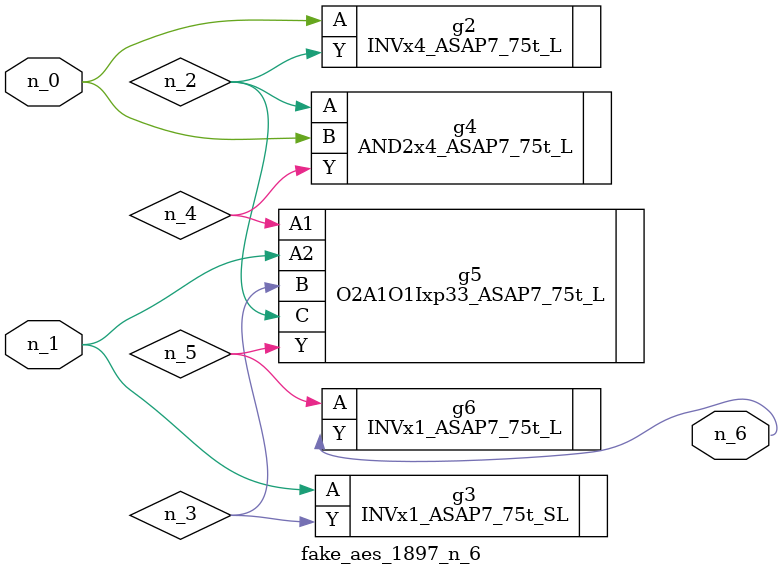
<source format=v>
module fake_aes_1897_n_6 (n_1, n_0, n_6);
input n_1;
input n_0;
output n_6;
wire n_2;
wire n_4;
wire n_3;
wire n_5;
INVx4_ASAP7_75t_L g2 ( .A(n_0), .Y(n_2) );
INVx1_ASAP7_75t_SL g3 ( .A(n_1), .Y(n_3) );
AND2x4_ASAP7_75t_L g4 ( .A(n_2), .B(n_0), .Y(n_4) );
O2A1O1Ixp33_ASAP7_75t_L g5 ( .A1(n_4), .A2(n_1), .B(n_3), .C(n_2), .Y(n_5) );
INVx1_ASAP7_75t_L g6 ( .A(n_5), .Y(n_6) );
endmodule
</source>
